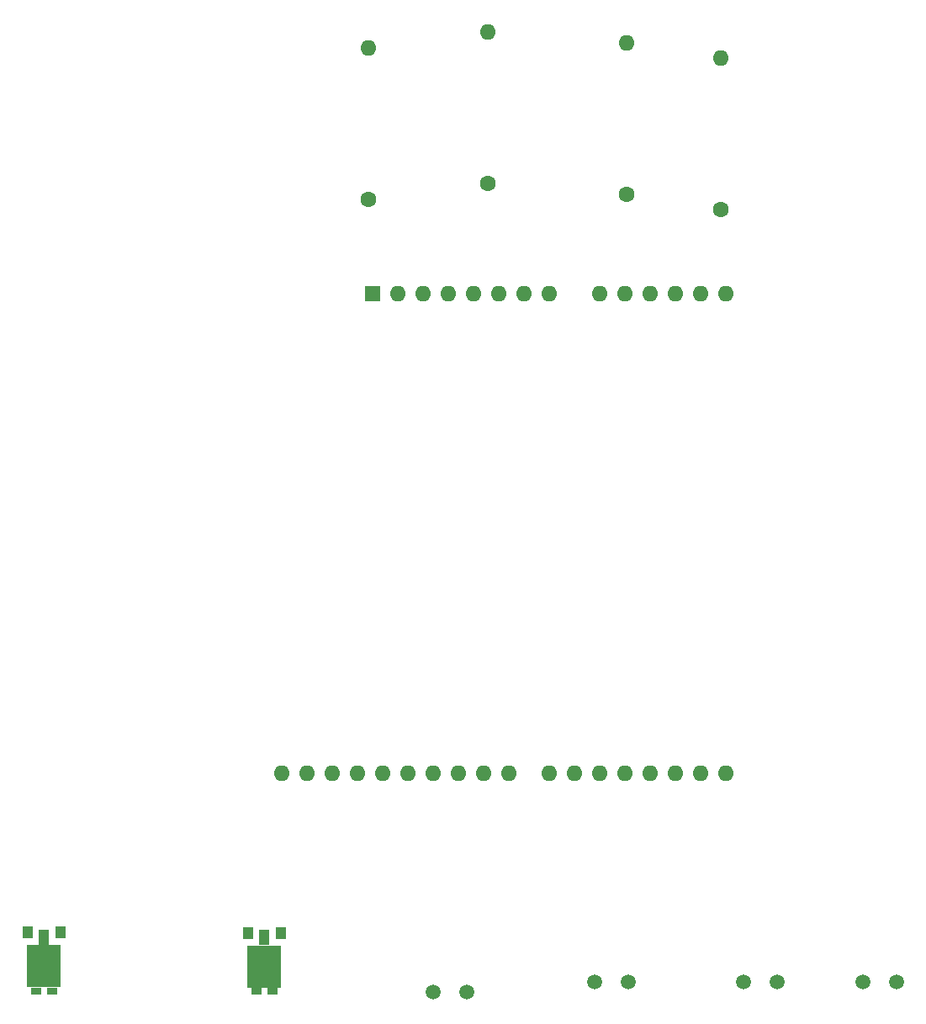
<source format=gbr>
%TF.GenerationSoftware,KiCad,Pcbnew,8.0.8*%
%TF.CreationDate,2025-10-12T21:50:37+03:00*%
%TF.ProjectId,trackking solar,74726163-6b6b-4696-9e67-20736f6c6172,rev?*%
%TF.SameCoordinates,Original*%
%TF.FileFunction,Soldermask,Top*%
%TF.FilePolarity,Negative*%
%FSLAX46Y46*%
G04 Gerber Fmt 4.6, Leading zero omitted, Abs format (unit mm)*
G04 Created by KiCad (PCBNEW 8.0.8) date 2025-10-12 21:50:37*
%MOMM*%
%LPD*%
G01*
G04 APERTURE LIST*
%ADD10R,1.600000X1.600000*%
%ADD11O,1.600000X1.600000*%
%ADD12C,1.500000*%
%ADD13R,1.100000X1.300000*%
%ADD14R,1.000000X0.650000*%
%ADD15R,1.000000X1.500000*%
%ADD16R,3.400000X4.300000*%
%ADD17C,1.600000*%
G04 APERTURE END LIST*
D10*
%TO.C,A1*%
X133940000Y-52740000D03*
D11*
X136480000Y-52740000D03*
X139020000Y-52740000D03*
X141560000Y-52740000D03*
X144100000Y-52740000D03*
X146640000Y-52740000D03*
X149180000Y-52740000D03*
X151720000Y-52740000D03*
X156800000Y-52740000D03*
X159340000Y-52740000D03*
X161880000Y-52740000D03*
X164420000Y-52740000D03*
X166960000Y-52740000D03*
X169500000Y-52740000D03*
X169500000Y-101000000D03*
X166960000Y-101000000D03*
X164420000Y-101000000D03*
X161880000Y-101000000D03*
X159340000Y-101000000D03*
X156800000Y-101000000D03*
X154260000Y-101000000D03*
X151720000Y-101000000D03*
X147660000Y-101000000D03*
X145120000Y-101000000D03*
X142580000Y-101000000D03*
X140040000Y-101000000D03*
X137500000Y-101000000D03*
X134960000Y-101000000D03*
X132420000Y-101000000D03*
X129880000Y-101000000D03*
X127340000Y-101000000D03*
X124800000Y-101000000D03*
%TD*%
D12*
%TO.C,R4*%
X183300000Y-122000000D03*
X186700000Y-122000000D03*
%TD*%
D13*
%TO.C,M2*%
X121400000Y-117025000D03*
X124700000Y-117025000D03*
D14*
X122250000Y-122900000D03*
D15*
X123050000Y-117525000D03*
D16*
X123050000Y-120425000D03*
D14*
X123850000Y-122900000D03*
%TD*%
D12*
%TO.C,R1*%
X140000000Y-123000000D03*
X143400000Y-123000000D03*
%TD*%
D13*
%TO.C,M1*%
X99200000Y-117000000D03*
X102500000Y-117000000D03*
D14*
X100050000Y-122875000D03*
D15*
X100850000Y-117500000D03*
D16*
X100850000Y-120400000D03*
D14*
X101650000Y-122875000D03*
%TD*%
D17*
%TO.C,R6*%
X145500000Y-41620000D03*
D11*
X145500000Y-26380000D03*
%TD*%
D17*
%TO.C,R5*%
X133500000Y-43240000D03*
D11*
X133500000Y-28000000D03*
%TD*%
D17*
%TO.C,R7*%
X159500000Y-42740000D03*
D11*
X159500000Y-27500000D03*
%TD*%
D12*
%TO.C,R3*%
X171300000Y-122000000D03*
X174700000Y-122000000D03*
%TD*%
D17*
%TO.C,R8*%
X169000000Y-44240000D03*
D11*
X169000000Y-29000000D03*
%TD*%
D12*
%TO.C,R2*%
X156300000Y-122000000D03*
X159700000Y-122000000D03*
%TD*%
M02*

</source>
